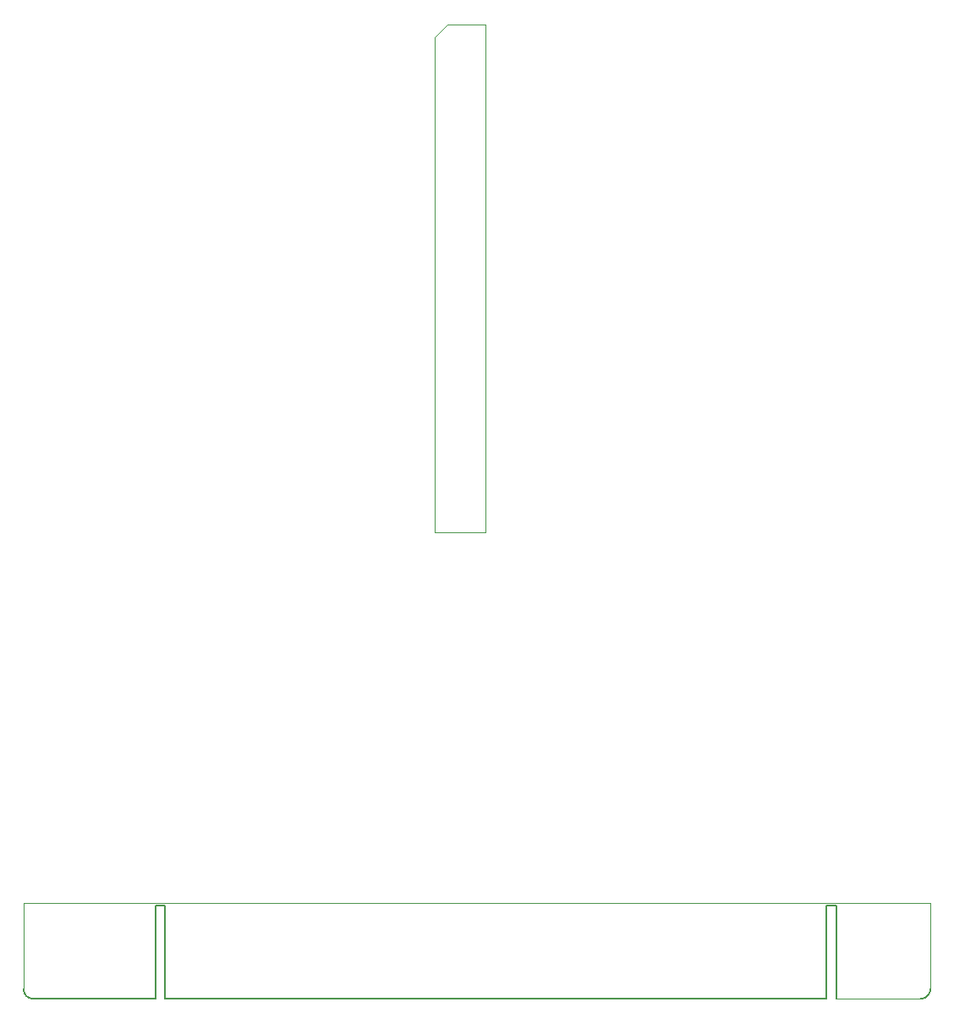
<source format=gbr>
G04 #@! TF.FileFunction,Other,Fab,Top*
%FSLAX46Y46*%
G04 Gerber Fmt 4.6, Leading zero omitted, Abs format (unit mm)*
G04 Created by KiCad (PCBNEW 4.0.7) date 07/15/18 20:55:20*
%MOMM*%
%LPD*%
G01*
G04 APERTURE LIST*
%ADD10C,0.100000*%
%ADD11C,0.150000*%
G04 APERTURE END LIST*
D10*
D11*
X90336560Y-145540800D02*
X90336560Y-136220800D01*
X90336560Y-136220800D02*
X89336560Y-136220800D01*
X89336560Y-136220800D02*
X89336560Y-145540800D01*
X89336560Y-145540800D02*
X77136560Y-145540800D01*
X156536560Y-145540800D02*
X90336560Y-145540800D01*
X157536560Y-145540800D02*
X157536560Y-136220800D01*
X157536560Y-136220800D02*
X156536560Y-136220800D01*
X156536560Y-136220800D02*
X156536560Y-145540800D01*
X76136560Y-144540800D02*
G75*
G03X77136560Y-145540800I1000000J0D01*
G01*
X165936560Y-145540800D02*
G75*
G03X166936560Y-144540800I0J1000000D01*
G01*
D10*
X165936560Y-145540800D02*
X157536560Y-145540800D01*
X76136560Y-144540800D02*
X76136560Y-135940800D01*
X76136560Y-135940800D02*
X166936560Y-135940800D01*
X166936560Y-135940800D02*
X166936560Y-144540800D01*
X118618000Y-48082200D02*
X122428000Y-48082200D01*
X122428000Y-48082200D02*
X122428000Y-98882200D01*
X122428000Y-98882200D02*
X117348000Y-98882200D01*
X117348000Y-98882200D02*
X117348000Y-49352200D01*
X117348000Y-49352200D02*
X118618000Y-48082200D01*
D11*
M02*

</source>
